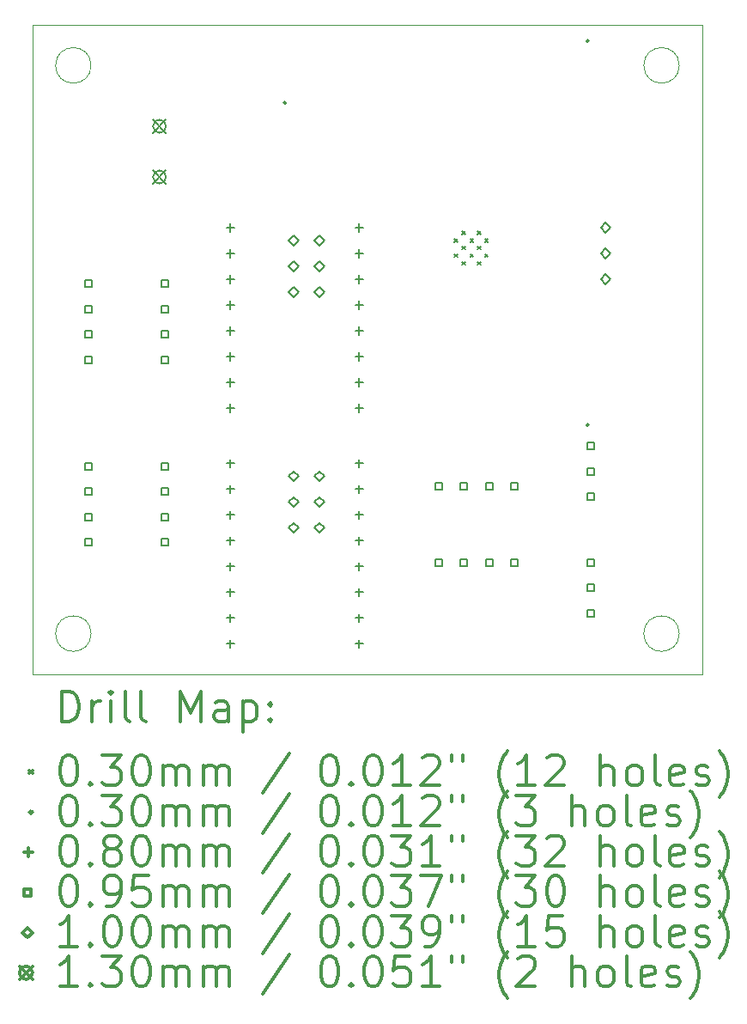
<source format=gbr>
%FSLAX45Y45*%
G04 Gerber Fmt 4.5, Leading zero omitted, Abs format (unit mm)*
G04 Created by KiCad (PCBNEW (5.1.9)-1) date 2021-11-04 11:44:47*
%MOMM*%
%LPD*%
G01*
G04 APERTURE LIST*
%TA.AperFunction,Profile*%
%ADD10C,0.050000*%
%TD*%
%ADD11C,0.200000*%
%ADD12C,0.300000*%
G04 APERTURE END LIST*
D10*
X5400000Y-11600000D02*
X5400000Y-5200000D01*
X12000000Y-11600000D02*
X5400000Y-11600000D01*
X12000000Y-5200000D02*
X12000000Y-11600000D01*
X5400000Y-5200000D02*
X12000000Y-5200000D01*
X5975000Y-11200000D02*
G75*
G03*
X5975000Y-11200000I-175000J0D01*
G01*
X11775000Y-11200000D02*
G75*
G03*
X11775000Y-11200000I-175000J0D01*
G01*
X5975000Y-5600000D02*
G75*
G03*
X5975000Y-5600000I-175000J0D01*
G01*
X11775000Y-5600000D02*
G75*
G03*
X11775000Y-5600000I-175000J0D01*
G01*
D11*
X9560000Y-7310000D02*
X9590000Y-7340000D01*
X9590000Y-7310000D02*
X9560000Y-7340000D01*
X9560000Y-7460000D02*
X9590000Y-7490000D01*
X9590000Y-7460000D02*
X9560000Y-7490000D01*
X9635000Y-7235000D02*
X9665000Y-7265000D01*
X9665000Y-7235000D02*
X9635000Y-7265000D01*
X9635000Y-7385000D02*
X9665000Y-7415000D01*
X9665000Y-7385000D02*
X9635000Y-7415000D01*
X9635000Y-7535000D02*
X9665000Y-7565000D01*
X9665000Y-7535000D02*
X9635000Y-7565000D01*
X9715000Y-7310000D02*
X9745000Y-7340000D01*
X9745000Y-7310000D02*
X9715000Y-7340000D01*
X9715000Y-7460000D02*
X9745000Y-7490000D01*
X9745000Y-7460000D02*
X9715000Y-7490000D01*
X9785000Y-7235000D02*
X9815000Y-7265000D01*
X9815000Y-7235000D02*
X9785000Y-7265000D01*
X9785000Y-7385000D02*
X9815000Y-7415000D01*
X9815000Y-7385000D02*
X9785000Y-7415000D01*
X9785000Y-7535000D02*
X9815000Y-7565000D01*
X9815000Y-7535000D02*
X9785000Y-7565000D01*
X9860000Y-7310000D02*
X9890000Y-7340000D01*
X9890000Y-7310000D02*
X9860000Y-7340000D01*
X9860000Y-7460000D02*
X9890000Y-7490000D01*
X9890000Y-7460000D02*
X9860000Y-7490000D01*
X7901940Y-5969000D02*
G75*
G03*
X7901940Y-5969000I-15240J0D01*
G01*
X10886440Y-5359400D02*
G75*
G03*
X10886440Y-5359400I-15240J0D01*
G01*
X10886440Y-9144000D02*
G75*
G03*
X10886440Y-9144000I-15240J0D01*
G01*
X7350000Y-7160000D02*
X7350000Y-7240000D01*
X7310000Y-7200000D02*
X7390000Y-7200000D01*
X7350000Y-7414000D02*
X7350000Y-7494000D01*
X7310000Y-7454000D02*
X7390000Y-7454000D01*
X7350000Y-7668000D02*
X7350000Y-7748000D01*
X7310000Y-7708000D02*
X7390000Y-7708000D01*
X7350000Y-7922000D02*
X7350000Y-8002000D01*
X7310000Y-7962000D02*
X7390000Y-7962000D01*
X7350000Y-8176000D02*
X7350000Y-8256000D01*
X7310000Y-8216000D02*
X7390000Y-8216000D01*
X7350000Y-8430000D02*
X7350000Y-8510000D01*
X7310000Y-8470000D02*
X7390000Y-8470000D01*
X7350000Y-8684000D02*
X7350000Y-8764000D01*
X7310000Y-8724000D02*
X7390000Y-8724000D01*
X7350000Y-8938000D02*
X7350000Y-9018000D01*
X7310000Y-8978000D02*
X7390000Y-8978000D01*
X7350000Y-9482000D02*
X7350000Y-9562000D01*
X7310000Y-9522000D02*
X7390000Y-9522000D01*
X7350000Y-9736000D02*
X7350000Y-9816000D01*
X7310000Y-9776000D02*
X7390000Y-9776000D01*
X7350000Y-9990000D02*
X7350000Y-10070000D01*
X7310000Y-10030000D02*
X7390000Y-10030000D01*
X7350000Y-10244000D02*
X7350000Y-10324000D01*
X7310000Y-10284000D02*
X7390000Y-10284000D01*
X7350000Y-10498000D02*
X7350000Y-10578000D01*
X7310000Y-10538000D02*
X7390000Y-10538000D01*
X7350000Y-10752000D02*
X7350000Y-10832000D01*
X7310000Y-10792000D02*
X7390000Y-10792000D01*
X7350000Y-11006000D02*
X7350000Y-11086000D01*
X7310000Y-11046000D02*
X7390000Y-11046000D01*
X7350000Y-11260000D02*
X7350000Y-11340000D01*
X7310000Y-11300000D02*
X7390000Y-11300000D01*
X8620000Y-7160000D02*
X8620000Y-7240000D01*
X8580000Y-7200000D02*
X8660000Y-7200000D01*
X8620000Y-7414000D02*
X8620000Y-7494000D01*
X8580000Y-7454000D02*
X8660000Y-7454000D01*
X8620000Y-7668000D02*
X8620000Y-7748000D01*
X8580000Y-7708000D02*
X8660000Y-7708000D01*
X8620000Y-7922000D02*
X8620000Y-8002000D01*
X8580000Y-7962000D02*
X8660000Y-7962000D01*
X8620000Y-8176000D02*
X8620000Y-8256000D01*
X8580000Y-8216000D02*
X8660000Y-8216000D01*
X8620000Y-8430000D02*
X8620000Y-8510000D01*
X8580000Y-8470000D02*
X8660000Y-8470000D01*
X8620000Y-8684000D02*
X8620000Y-8764000D01*
X8580000Y-8724000D02*
X8660000Y-8724000D01*
X8620000Y-8938000D02*
X8620000Y-9018000D01*
X8580000Y-8978000D02*
X8660000Y-8978000D01*
X8620000Y-9482000D02*
X8620000Y-9562000D01*
X8580000Y-9522000D02*
X8660000Y-9522000D01*
X8620000Y-9736000D02*
X8620000Y-9816000D01*
X8580000Y-9776000D02*
X8660000Y-9776000D01*
X8620000Y-9990000D02*
X8620000Y-10070000D01*
X8580000Y-10030000D02*
X8660000Y-10030000D01*
X8620000Y-10244000D02*
X8620000Y-10324000D01*
X8580000Y-10284000D02*
X8660000Y-10284000D01*
X8620000Y-10498000D02*
X8620000Y-10578000D01*
X8580000Y-10538000D02*
X8660000Y-10538000D01*
X8620000Y-10752000D02*
X8620000Y-10832000D01*
X8580000Y-10792000D02*
X8660000Y-10792000D01*
X8620000Y-11006000D02*
X8620000Y-11086000D01*
X8580000Y-11046000D02*
X8660000Y-11046000D01*
X8620000Y-11260000D02*
X8620000Y-11340000D01*
X8580000Y-11300000D02*
X8660000Y-11300000D01*
X5983588Y-7783588D02*
X5983588Y-7716412D01*
X5916412Y-7716412D01*
X5916412Y-7783588D01*
X5983588Y-7783588D01*
X5983588Y-8033588D02*
X5983588Y-7966412D01*
X5916412Y-7966412D01*
X5916412Y-8033588D01*
X5983588Y-8033588D01*
X5983588Y-8283588D02*
X5983588Y-8216412D01*
X5916412Y-8216412D01*
X5916412Y-8283588D01*
X5983588Y-8283588D01*
X5983588Y-8533588D02*
X5983588Y-8466412D01*
X5916412Y-8466412D01*
X5916412Y-8533588D01*
X5983588Y-8533588D01*
X5983588Y-9583588D02*
X5983588Y-9516412D01*
X5916412Y-9516412D01*
X5916412Y-9583588D01*
X5983588Y-9583588D01*
X5983588Y-9833588D02*
X5983588Y-9766412D01*
X5916412Y-9766412D01*
X5916412Y-9833588D01*
X5983588Y-9833588D01*
X5983588Y-10083588D02*
X5983588Y-10016412D01*
X5916412Y-10016412D01*
X5916412Y-10083588D01*
X5983588Y-10083588D01*
X5983588Y-10333588D02*
X5983588Y-10266412D01*
X5916412Y-10266412D01*
X5916412Y-10333588D01*
X5983588Y-10333588D01*
X6733588Y-7783588D02*
X6733588Y-7716412D01*
X6666412Y-7716412D01*
X6666412Y-7783588D01*
X6733588Y-7783588D01*
X6733588Y-8033588D02*
X6733588Y-7966412D01*
X6666412Y-7966412D01*
X6666412Y-8033588D01*
X6733588Y-8033588D01*
X6733588Y-8283588D02*
X6733588Y-8216412D01*
X6666412Y-8216412D01*
X6666412Y-8283588D01*
X6733588Y-8283588D01*
X6733588Y-8533588D02*
X6733588Y-8466412D01*
X6666412Y-8466412D01*
X6666412Y-8533588D01*
X6733588Y-8533588D01*
X6733588Y-9583588D02*
X6733588Y-9516412D01*
X6666412Y-9516412D01*
X6666412Y-9583588D01*
X6733588Y-9583588D01*
X6733588Y-9833588D02*
X6733588Y-9766412D01*
X6666412Y-9766412D01*
X6666412Y-9833588D01*
X6733588Y-9833588D01*
X6733588Y-10083588D02*
X6733588Y-10016412D01*
X6666412Y-10016412D01*
X6666412Y-10083588D01*
X6733588Y-10083588D01*
X6733588Y-10333588D02*
X6733588Y-10266412D01*
X6666412Y-10266412D01*
X6666412Y-10333588D01*
X6733588Y-10333588D01*
X9433588Y-9783588D02*
X9433588Y-9716412D01*
X9366412Y-9716412D01*
X9366412Y-9783588D01*
X9433588Y-9783588D01*
X9433588Y-10533588D02*
X9433588Y-10466412D01*
X9366412Y-10466412D01*
X9366412Y-10533588D01*
X9433588Y-10533588D01*
X9683588Y-9783588D02*
X9683588Y-9716412D01*
X9616412Y-9716412D01*
X9616412Y-9783588D01*
X9683588Y-9783588D01*
X9683588Y-10533588D02*
X9683588Y-10466412D01*
X9616412Y-10466412D01*
X9616412Y-10533588D01*
X9683588Y-10533588D01*
X9933588Y-9783588D02*
X9933588Y-9716412D01*
X9866412Y-9716412D01*
X9866412Y-9783588D01*
X9933588Y-9783588D01*
X9933588Y-10533588D02*
X9933588Y-10466412D01*
X9866412Y-10466412D01*
X9866412Y-10533588D01*
X9933588Y-10533588D01*
X10183588Y-9783588D02*
X10183588Y-9716412D01*
X10116412Y-9716412D01*
X10116412Y-9783588D01*
X10183588Y-9783588D01*
X10183588Y-10533588D02*
X10183588Y-10466412D01*
X10116412Y-10466412D01*
X10116412Y-10533588D01*
X10183588Y-10533588D01*
X10933588Y-9383588D02*
X10933588Y-9316412D01*
X10866412Y-9316412D01*
X10866412Y-9383588D01*
X10933588Y-9383588D01*
X10933588Y-9633588D02*
X10933588Y-9566412D01*
X10866412Y-9566412D01*
X10866412Y-9633588D01*
X10933588Y-9633588D01*
X10933588Y-9883588D02*
X10933588Y-9816412D01*
X10866412Y-9816412D01*
X10866412Y-9883588D01*
X10933588Y-9883588D01*
X10933588Y-10533588D02*
X10933588Y-10466412D01*
X10866412Y-10466412D01*
X10866412Y-10533588D01*
X10933588Y-10533588D01*
X10933588Y-10783588D02*
X10933588Y-10716412D01*
X10866412Y-10716412D01*
X10866412Y-10783588D01*
X10933588Y-10783588D01*
X10933588Y-11033588D02*
X10933588Y-10966412D01*
X10866412Y-10966412D01*
X10866412Y-11033588D01*
X10933588Y-11033588D01*
X7975000Y-7375000D02*
X8025000Y-7325000D01*
X7975000Y-7275000D01*
X7925000Y-7325000D01*
X7975000Y-7375000D01*
X7975000Y-7629000D02*
X8025000Y-7579000D01*
X7975000Y-7529000D01*
X7925000Y-7579000D01*
X7975000Y-7629000D01*
X7975000Y-7883000D02*
X8025000Y-7833000D01*
X7975000Y-7783000D01*
X7925000Y-7833000D01*
X7975000Y-7883000D01*
X7975000Y-9700000D02*
X8025000Y-9650000D01*
X7975000Y-9600000D01*
X7925000Y-9650000D01*
X7975000Y-9700000D01*
X7975000Y-9954000D02*
X8025000Y-9904000D01*
X7975000Y-9854000D01*
X7925000Y-9904000D01*
X7975000Y-9954000D01*
X7975000Y-10208000D02*
X8025000Y-10158000D01*
X7975000Y-10108000D01*
X7925000Y-10158000D01*
X7975000Y-10208000D01*
X8229000Y-7375000D02*
X8279000Y-7325000D01*
X8229000Y-7275000D01*
X8179000Y-7325000D01*
X8229000Y-7375000D01*
X8229000Y-7629000D02*
X8279000Y-7579000D01*
X8229000Y-7529000D01*
X8179000Y-7579000D01*
X8229000Y-7629000D01*
X8229000Y-7883000D02*
X8279000Y-7833000D01*
X8229000Y-7783000D01*
X8179000Y-7833000D01*
X8229000Y-7883000D01*
X8229000Y-9700000D02*
X8279000Y-9650000D01*
X8229000Y-9600000D01*
X8179000Y-9650000D01*
X8229000Y-9700000D01*
X8229000Y-9954000D02*
X8279000Y-9904000D01*
X8229000Y-9854000D01*
X8179000Y-9904000D01*
X8229000Y-9954000D01*
X8229000Y-10208000D02*
X8279000Y-10158000D01*
X8229000Y-10108000D01*
X8179000Y-10158000D01*
X8229000Y-10208000D01*
X11050000Y-7250000D02*
X11100000Y-7200000D01*
X11050000Y-7150000D01*
X11000000Y-7200000D01*
X11050000Y-7250000D01*
X11050000Y-7504000D02*
X11100000Y-7454000D01*
X11050000Y-7404000D01*
X11000000Y-7454000D01*
X11050000Y-7504000D01*
X11050000Y-7758000D02*
X11100000Y-7708000D01*
X11050000Y-7658000D01*
X11000000Y-7708000D01*
X11050000Y-7758000D01*
X6585000Y-6135000D02*
X6715000Y-6265000D01*
X6715000Y-6135000D02*
X6585000Y-6265000D01*
X6715000Y-6200000D02*
G75*
G03*
X6715000Y-6200000I-65000J0D01*
G01*
X6585000Y-6635000D02*
X6715000Y-6765000D01*
X6715000Y-6635000D02*
X6585000Y-6765000D01*
X6715000Y-6700000D02*
G75*
G03*
X6715000Y-6700000I-65000J0D01*
G01*
D12*
X5683928Y-12068214D02*
X5683928Y-11768214D01*
X5755357Y-11768214D01*
X5798214Y-11782500D01*
X5826786Y-11811071D01*
X5841071Y-11839643D01*
X5855357Y-11896786D01*
X5855357Y-11939643D01*
X5841071Y-11996786D01*
X5826786Y-12025357D01*
X5798214Y-12053929D01*
X5755357Y-12068214D01*
X5683928Y-12068214D01*
X5983928Y-12068214D02*
X5983928Y-11868214D01*
X5983928Y-11925357D02*
X5998214Y-11896786D01*
X6012500Y-11882500D01*
X6041071Y-11868214D01*
X6069643Y-11868214D01*
X6169643Y-12068214D02*
X6169643Y-11868214D01*
X6169643Y-11768214D02*
X6155357Y-11782500D01*
X6169643Y-11796786D01*
X6183928Y-11782500D01*
X6169643Y-11768214D01*
X6169643Y-11796786D01*
X6355357Y-12068214D02*
X6326786Y-12053929D01*
X6312500Y-12025357D01*
X6312500Y-11768214D01*
X6512500Y-12068214D02*
X6483928Y-12053929D01*
X6469643Y-12025357D01*
X6469643Y-11768214D01*
X6855357Y-12068214D02*
X6855357Y-11768214D01*
X6955357Y-11982500D01*
X7055357Y-11768214D01*
X7055357Y-12068214D01*
X7326786Y-12068214D02*
X7326786Y-11911071D01*
X7312500Y-11882500D01*
X7283928Y-11868214D01*
X7226786Y-11868214D01*
X7198214Y-11882500D01*
X7326786Y-12053929D02*
X7298214Y-12068214D01*
X7226786Y-12068214D01*
X7198214Y-12053929D01*
X7183928Y-12025357D01*
X7183928Y-11996786D01*
X7198214Y-11968214D01*
X7226786Y-11953929D01*
X7298214Y-11953929D01*
X7326786Y-11939643D01*
X7469643Y-11868214D02*
X7469643Y-12168214D01*
X7469643Y-11882500D02*
X7498214Y-11868214D01*
X7555357Y-11868214D01*
X7583928Y-11882500D01*
X7598214Y-11896786D01*
X7612500Y-11925357D01*
X7612500Y-12011071D01*
X7598214Y-12039643D01*
X7583928Y-12053929D01*
X7555357Y-12068214D01*
X7498214Y-12068214D01*
X7469643Y-12053929D01*
X7741071Y-12039643D02*
X7755357Y-12053929D01*
X7741071Y-12068214D01*
X7726786Y-12053929D01*
X7741071Y-12039643D01*
X7741071Y-12068214D01*
X7741071Y-11882500D02*
X7755357Y-11896786D01*
X7741071Y-11911071D01*
X7726786Y-11896786D01*
X7741071Y-11882500D01*
X7741071Y-11911071D01*
X5367500Y-12547500D02*
X5397500Y-12577500D01*
X5397500Y-12547500D02*
X5367500Y-12577500D01*
X5741071Y-12398214D02*
X5769643Y-12398214D01*
X5798214Y-12412500D01*
X5812500Y-12426786D01*
X5826786Y-12455357D01*
X5841071Y-12512500D01*
X5841071Y-12583929D01*
X5826786Y-12641071D01*
X5812500Y-12669643D01*
X5798214Y-12683929D01*
X5769643Y-12698214D01*
X5741071Y-12698214D01*
X5712500Y-12683929D01*
X5698214Y-12669643D01*
X5683928Y-12641071D01*
X5669643Y-12583929D01*
X5669643Y-12512500D01*
X5683928Y-12455357D01*
X5698214Y-12426786D01*
X5712500Y-12412500D01*
X5741071Y-12398214D01*
X5969643Y-12669643D02*
X5983928Y-12683929D01*
X5969643Y-12698214D01*
X5955357Y-12683929D01*
X5969643Y-12669643D01*
X5969643Y-12698214D01*
X6083928Y-12398214D02*
X6269643Y-12398214D01*
X6169643Y-12512500D01*
X6212500Y-12512500D01*
X6241071Y-12526786D01*
X6255357Y-12541071D01*
X6269643Y-12569643D01*
X6269643Y-12641071D01*
X6255357Y-12669643D01*
X6241071Y-12683929D01*
X6212500Y-12698214D01*
X6126786Y-12698214D01*
X6098214Y-12683929D01*
X6083928Y-12669643D01*
X6455357Y-12398214D02*
X6483928Y-12398214D01*
X6512500Y-12412500D01*
X6526786Y-12426786D01*
X6541071Y-12455357D01*
X6555357Y-12512500D01*
X6555357Y-12583929D01*
X6541071Y-12641071D01*
X6526786Y-12669643D01*
X6512500Y-12683929D01*
X6483928Y-12698214D01*
X6455357Y-12698214D01*
X6426786Y-12683929D01*
X6412500Y-12669643D01*
X6398214Y-12641071D01*
X6383928Y-12583929D01*
X6383928Y-12512500D01*
X6398214Y-12455357D01*
X6412500Y-12426786D01*
X6426786Y-12412500D01*
X6455357Y-12398214D01*
X6683928Y-12698214D02*
X6683928Y-12498214D01*
X6683928Y-12526786D02*
X6698214Y-12512500D01*
X6726786Y-12498214D01*
X6769643Y-12498214D01*
X6798214Y-12512500D01*
X6812500Y-12541071D01*
X6812500Y-12698214D01*
X6812500Y-12541071D02*
X6826786Y-12512500D01*
X6855357Y-12498214D01*
X6898214Y-12498214D01*
X6926786Y-12512500D01*
X6941071Y-12541071D01*
X6941071Y-12698214D01*
X7083928Y-12698214D02*
X7083928Y-12498214D01*
X7083928Y-12526786D02*
X7098214Y-12512500D01*
X7126786Y-12498214D01*
X7169643Y-12498214D01*
X7198214Y-12512500D01*
X7212500Y-12541071D01*
X7212500Y-12698214D01*
X7212500Y-12541071D02*
X7226786Y-12512500D01*
X7255357Y-12498214D01*
X7298214Y-12498214D01*
X7326786Y-12512500D01*
X7341071Y-12541071D01*
X7341071Y-12698214D01*
X7926786Y-12383929D02*
X7669643Y-12769643D01*
X8312500Y-12398214D02*
X8341071Y-12398214D01*
X8369643Y-12412500D01*
X8383928Y-12426786D01*
X8398214Y-12455357D01*
X8412500Y-12512500D01*
X8412500Y-12583929D01*
X8398214Y-12641071D01*
X8383928Y-12669643D01*
X8369643Y-12683929D01*
X8341071Y-12698214D01*
X8312500Y-12698214D01*
X8283928Y-12683929D01*
X8269643Y-12669643D01*
X8255357Y-12641071D01*
X8241071Y-12583929D01*
X8241071Y-12512500D01*
X8255357Y-12455357D01*
X8269643Y-12426786D01*
X8283928Y-12412500D01*
X8312500Y-12398214D01*
X8541071Y-12669643D02*
X8555357Y-12683929D01*
X8541071Y-12698214D01*
X8526786Y-12683929D01*
X8541071Y-12669643D01*
X8541071Y-12698214D01*
X8741071Y-12398214D02*
X8769643Y-12398214D01*
X8798214Y-12412500D01*
X8812500Y-12426786D01*
X8826786Y-12455357D01*
X8841071Y-12512500D01*
X8841071Y-12583929D01*
X8826786Y-12641071D01*
X8812500Y-12669643D01*
X8798214Y-12683929D01*
X8769643Y-12698214D01*
X8741071Y-12698214D01*
X8712500Y-12683929D01*
X8698214Y-12669643D01*
X8683928Y-12641071D01*
X8669643Y-12583929D01*
X8669643Y-12512500D01*
X8683928Y-12455357D01*
X8698214Y-12426786D01*
X8712500Y-12412500D01*
X8741071Y-12398214D01*
X9126786Y-12698214D02*
X8955357Y-12698214D01*
X9041071Y-12698214D02*
X9041071Y-12398214D01*
X9012500Y-12441071D01*
X8983928Y-12469643D01*
X8955357Y-12483929D01*
X9241071Y-12426786D02*
X9255357Y-12412500D01*
X9283928Y-12398214D01*
X9355357Y-12398214D01*
X9383928Y-12412500D01*
X9398214Y-12426786D01*
X9412500Y-12455357D01*
X9412500Y-12483929D01*
X9398214Y-12526786D01*
X9226786Y-12698214D01*
X9412500Y-12698214D01*
X9526786Y-12398214D02*
X9526786Y-12455357D01*
X9641071Y-12398214D02*
X9641071Y-12455357D01*
X10083928Y-12812500D02*
X10069643Y-12798214D01*
X10041071Y-12755357D01*
X10026786Y-12726786D01*
X10012500Y-12683929D01*
X9998214Y-12612500D01*
X9998214Y-12555357D01*
X10012500Y-12483929D01*
X10026786Y-12441071D01*
X10041071Y-12412500D01*
X10069643Y-12369643D01*
X10083928Y-12355357D01*
X10355357Y-12698214D02*
X10183928Y-12698214D01*
X10269643Y-12698214D02*
X10269643Y-12398214D01*
X10241071Y-12441071D01*
X10212500Y-12469643D01*
X10183928Y-12483929D01*
X10469643Y-12426786D02*
X10483928Y-12412500D01*
X10512500Y-12398214D01*
X10583928Y-12398214D01*
X10612500Y-12412500D01*
X10626786Y-12426786D01*
X10641071Y-12455357D01*
X10641071Y-12483929D01*
X10626786Y-12526786D01*
X10455357Y-12698214D01*
X10641071Y-12698214D01*
X10998214Y-12698214D02*
X10998214Y-12398214D01*
X11126786Y-12698214D02*
X11126786Y-12541071D01*
X11112500Y-12512500D01*
X11083928Y-12498214D01*
X11041071Y-12498214D01*
X11012500Y-12512500D01*
X10998214Y-12526786D01*
X11312500Y-12698214D02*
X11283928Y-12683929D01*
X11269643Y-12669643D01*
X11255357Y-12641071D01*
X11255357Y-12555357D01*
X11269643Y-12526786D01*
X11283928Y-12512500D01*
X11312500Y-12498214D01*
X11355357Y-12498214D01*
X11383928Y-12512500D01*
X11398214Y-12526786D01*
X11412500Y-12555357D01*
X11412500Y-12641071D01*
X11398214Y-12669643D01*
X11383928Y-12683929D01*
X11355357Y-12698214D01*
X11312500Y-12698214D01*
X11583928Y-12698214D02*
X11555357Y-12683929D01*
X11541071Y-12655357D01*
X11541071Y-12398214D01*
X11812500Y-12683929D02*
X11783928Y-12698214D01*
X11726786Y-12698214D01*
X11698214Y-12683929D01*
X11683928Y-12655357D01*
X11683928Y-12541071D01*
X11698214Y-12512500D01*
X11726786Y-12498214D01*
X11783928Y-12498214D01*
X11812500Y-12512500D01*
X11826786Y-12541071D01*
X11826786Y-12569643D01*
X11683928Y-12598214D01*
X11941071Y-12683929D02*
X11969643Y-12698214D01*
X12026786Y-12698214D01*
X12055357Y-12683929D01*
X12069643Y-12655357D01*
X12069643Y-12641071D01*
X12055357Y-12612500D01*
X12026786Y-12598214D01*
X11983928Y-12598214D01*
X11955357Y-12583929D01*
X11941071Y-12555357D01*
X11941071Y-12541071D01*
X11955357Y-12512500D01*
X11983928Y-12498214D01*
X12026786Y-12498214D01*
X12055357Y-12512500D01*
X12169643Y-12812500D02*
X12183928Y-12798214D01*
X12212500Y-12755357D01*
X12226786Y-12726786D01*
X12241071Y-12683929D01*
X12255357Y-12612500D01*
X12255357Y-12555357D01*
X12241071Y-12483929D01*
X12226786Y-12441071D01*
X12212500Y-12412500D01*
X12183928Y-12369643D01*
X12169643Y-12355357D01*
X5397500Y-12958500D02*
G75*
G03*
X5397500Y-12958500I-15240J0D01*
G01*
X5741071Y-12794214D02*
X5769643Y-12794214D01*
X5798214Y-12808500D01*
X5812500Y-12822786D01*
X5826786Y-12851357D01*
X5841071Y-12908500D01*
X5841071Y-12979929D01*
X5826786Y-13037071D01*
X5812500Y-13065643D01*
X5798214Y-13079929D01*
X5769643Y-13094214D01*
X5741071Y-13094214D01*
X5712500Y-13079929D01*
X5698214Y-13065643D01*
X5683928Y-13037071D01*
X5669643Y-12979929D01*
X5669643Y-12908500D01*
X5683928Y-12851357D01*
X5698214Y-12822786D01*
X5712500Y-12808500D01*
X5741071Y-12794214D01*
X5969643Y-13065643D02*
X5983928Y-13079929D01*
X5969643Y-13094214D01*
X5955357Y-13079929D01*
X5969643Y-13065643D01*
X5969643Y-13094214D01*
X6083928Y-12794214D02*
X6269643Y-12794214D01*
X6169643Y-12908500D01*
X6212500Y-12908500D01*
X6241071Y-12922786D01*
X6255357Y-12937071D01*
X6269643Y-12965643D01*
X6269643Y-13037071D01*
X6255357Y-13065643D01*
X6241071Y-13079929D01*
X6212500Y-13094214D01*
X6126786Y-13094214D01*
X6098214Y-13079929D01*
X6083928Y-13065643D01*
X6455357Y-12794214D02*
X6483928Y-12794214D01*
X6512500Y-12808500D01*
X6526786Y-12822786D01*
X6541071Y-12851357D01*
X6555357Y-12908500D01*
X6555357Y-12979929D01*
X6541071Y-13037071D01*
X6526786Y-13065643D01*
X6512500Y-13079929D01*
X6483928Y-13094214D01*
X6455357Y-13094214D01*
X6426786Y-13079929D01*
X6412500Y-13065643D01*
X6398214Y-13037071D01*
X6383928Y-12979929D01*
X6383928Y-12908500D01*
X6398214Y-12851357D01*
X6412500Y-12822786D01*
X6426786Y-12808500D01*
X6455357Y-12794214D01*
X6683928Y-13094214D02*
X6683928Y-12894214D01*
X6683928Y-12922786D02*
X6698214Y-12908500D01*
X6726786Y-12894214D01*
X6769643Y-12894214D01*
X6798214Y-12908500D01*
X6812500Y-12937071D01*
X6812500Y-13094214D01*
X6812500Y-12937071D02*
X6826786Y-12908500D01*
X6855357Y-12894214D01*
X6898214Y-12894214D01*
X6926786Y-12908500D01*
X6941071Y-12937071D01*
X6941071Y-13094214D01*
X7083928Y-13094214D02*
X7083928Y-12894214D01*
X7083928Y-12922786D02*
X7098214Y-12908500D01*
X7126786Y-12894214D01*
X7169643Y-12894214D01*
X7198214Y-12908500D01*
X7212500Y-12937071D01*
X7212500Y-13094214D01*
X7212500Y-12937071D02*
X7226786Y-12908500D01*
X7255357Y-12894214D01*
X7298214Y-12894214D01*
X7326786Y-12908500D01*
X7341071Y-12937071D01*
X7341071Y-13094214D01*
X7926786Y-12779929D02*
X7669643Y-13165643D01*
X8312500Y-12794214D02*
X8341071Y-12794214D01*
X8369643Y-12808500D01*
X8383928Y-12822786D01*
X8398214Y-12851357D01*
X8412500Y-12908500D01*
X8412500Y-12979929D01*
X8398214Y-13037071D01*
X8383928Y-13065643D01*
X8369643Y-13079929D01*
X8341071Y-13094214D01*
X8312500Y-13094214D01*
X8283928Y-13079929D01*
X8269643Y-13065643D01*
X8255357Y-13037071D01*
X8241071Y-12979929D01*
X8241071Y-12908500D01*
X8255357Y-12851357D01*
X8269643Y-12822786D01*
X8283928Y-12808500D01*
X8312500Y-12794214D01*
X8541071Y-13065643D02*
X8555357Y-13079929D01*
X8541071Y-13094214D01*
X8526786Y-13079929D01*
X8541071Y-13065643D01*
X8541071Y-13094214D01*
X8741071Y-12794214D02*
X8769643Y-12794214D01*
X8798214Y-12808500D01*
X8812500Y-12822786D01*
X8826786Y-12851357D01*
X8841071Y-12908500D01*
X8841071Y-12979929D01*
X8826786Y-13037071D01*
X8812500Y-13065643D01*
X8798214Y-13079929D01*
X8769643Y-13094214D01*
X8741071Y-13094214D01*
X8712500Y-13079929D01*
X8698214Y-13065643D01*
X8683928Y-13037071D01*
X8669643Y-12979929D01*
X8669643Y-12908500D01*
X8683928Y-12851357D01*
X8698214Y-12822786D01*
X8712500Y-12808500D01*
X8741071Y-12794214D01*
X9126786Y-13094214D02*
X8955357Y-13094214D01*
X9041071Y-13094214D02*
X9041071Y-12794214D01*
X9012500Y-12837071D01*
X8983928Y-12865643D01*
X8955357Y-12879929D01*
X9241071Y-12822786D02*
X9255357Y-12808500D01*
X9283928Y-12794214D01*
X9355357Y-12794214D01*
X9383928Y-12808500D01*
X9398214Y-12822786D01*
X9412500Y-12851357D01*
X9412500Y-12879929D01*
X9398214Y-12922786D01*
X9226786Y-13094214D01*
X9412500Y-13094214D01*
X9526786Y-12794214D02*
X9526786Y-12851357D01*
X9641071Y-12794214D02*
X9641071Y-12851357D01*
X10083928Y-13208500D02*
X10069643Y-13194214D01*
X10041071Y-13151357D01*
X10026786Y-13122786D01*
X10012500Y-13079929D01*
X9998214Y-13008500D01*
X9998214Y-12951357D01*
X10012500Y-12879929D01*
X10026786Y-12837071D01*
X10041071Y-12808500D01*
X10069643Y-12765643D01*
X10083928Y-12751357D01*
X10169643Y-12794214D02*
X10355357Y-12794214D01*
X10255357Y-12908500D01*
X10298214Y-12908500D01*
X10326786Y-12922786D01*
X10341071Y-12937071D01*
X10355357Y-12965643D01*
X10355357Y-13037071D01*
X10341071Y-13065643D01*
X10326786Y-13079929D01*
X10298214Y-13094214D01*
X10212500Y-13094214D01*
X10183928Y-13079929D01*
X10169643Y-13065643D01*
X10712500Y-13094214D02*
X10712500Y-12794214D01*
X10841071Y-13094214D02*
X10841071Y-12937071D01*
X10826786Y-12908500D01*
X10798214Y-12894214D01*
X10755357Y-12894214D01*
X10726786Y-12908500D01*
X10712500Y-12922786D01*
X11026786Y-13094214D02*
X10998214Y-13079929D01*
X10983928Y-13065643D01*
X10969643Y-13037071D01*
X10969643Y-12951357D01*
X10983928Y-12922786D01*
X10998214Y-12908500D01*
X11026786Y-12894214D01*
X11069643Y-12894214D01*
X11098214Y-12908500D01*
X11112500Y-12922786D01*
X11126786Y-12951357D01*
X11126786Y-13037071D01*
X11112500Y-13065643D01*
X11098214Y-13079929D01*
X11069643Y-13094214D01*
X11026786Y-13094214D01*
X11298214Y-13094214D02*
X11269643Y-13079929D01*
X11255357Y-13051357D01*
X11255357Y-12794214D01*
X11526786Y-13079929D02*
X11498214Y-13094214D01*
X11441071Y-13094214D01*
X11412500Y-13079929D01*
X11398214Y-13051357D01*
X11398214Y-12937071D01*
X11412500Y-12908500D01*
X11441071Y-12894214D01*
X11498214Y-12894214D01*
X11526786Y-12908500D01*
X11541071Y-12937071D01*
X11541071Y-12965643D01*
X11398214Y-12994214D01*
X11655357Y-13079929D02*
X11683928Y-13094214D01*
X11741071Y-13094214D01*
X11769643Y-13079929D01*
X11783928Y-13051357D01*
X11783928Y-13037071D01*
X11769643Y-13008500D01*
X11741071Y-12994214D01*
X11698214Y-12994214D01*
X11669643Y-12979929D01*
X11655357Y-12951357D01*
X11655357Y-12937071D01*
X11669643Y-12908500D01*
X11698214Y-12894214D01*
X11741071Y-12894214D01*
X11769643Y-12908500D01*
X11883928Y-13208500D02*
X11898214Y-13194214D01*
X11926786Y-13151357D01*
X11941071Y-13122786D01*
X11955357Y-13079929D01*
X11969643Y-13008500D01*
X11969643Y-12951357D01*
X11955357Y-12879929D01*
X11941071Y-12837071D01*
X11926786Y-12808500D01*
X11898214Y-12765643D01*
X11883928Y-12751357D01*
X5357500Y-13314500D02*
X5357500Y-13394500D01*
X5317500Y-13354500D02*
X5397500Y-13354500D01*
X5741071Y-13190214D02*
X5769643Y-13190214D01*
X5798214Y-13204500D01*
X5812500Y-13218786D01*
X5826786Y-13247357D01*
X5841071Y-13304500D01*
X5841071Y-13375929D01*
X5826786Y-13433071D01*
X5812500Y-13461643D01*
X5798214Y-13475929D01*
X5769643Y-13490214D01*
X5741071Y-13490214D01*
X5712500Y-13475929D01*
X5698214Y-13461643D01*
X5683928Y-13433071D01*
X5669643Y-13375929D01*
X5669643Y-13304500D01*
X5683928Y-13247357D01*
X5698214Y-13218786D01*
X5712500Y-13204500D01*
X5741071Y-13190214D01*
X5969643Y-13461643D02*
X5983928Y-13475929D01*
X5969643Y-13490214D01*
X5955357Y-13475929D01*
X5969643Y-13461643D01*
X5969643Y-13490214D01*
X6155357Y-13318786D02*
X6126786Y-13304500D01*
X6112500Y-13290214D01*
X6098214Y-13261643D01*
X6098214Y-13247357D01*
X6112500Y-13218786D01*
X6126786Y-13204500D01*
X6155357Y-13190214D01*
X6212500Y-13190214D01*
X6241071Y-13204500D01*
X6255357Y-13218786D01*
X6269643Y-13247357D01*
X6269643Y-13261643D01*
X6255357Y-13290214D01*
X6241071Y-13304500D01*
X6212500Y-13318786D01*
X6155357Y-13318786D01*
X6126786Y-13333071D01*
X6112500Y-13347357D01*
X6098214Y-13375929D01*
X6098214Y-13433071D01*
X6112500Y-13461643D01*
X6126786Y-13475929D01*
X6155357Y-13490214D01*
X6212500Y-13490214D01*
X6241071Y-13475929D01*
X6255357Y-13461643D01*
X6269643Y-13433071D01*
X6269643Y-13375929D01*
X6255357Y-13347357D01*
X6241071Y-13333071D01*
X6212500Y-13318786D01*
X6455357Y-13190214D02*
X6483928Y-13190214D01*
X6512500Y-13204500D01*
X6526786Y-13218786D01*
X6541071Y-13247357D01*
X6555357Y-13304500D01*
X6555357Y-13375929D01*
X6541071Y-13433071D01*
X6526786Y-13461643D01*
X6512500Y-13475929D01*
X6483928Y-13490214D01*
X6455357Y-13490214D01*
X6426786Y-13475929D01*
X6412500Y-13461643D01*
X6398214Y-13433071D01*
X6383928Y-13375929D01*
X6383928Y-13304500D01*
X6398214Y-13247357D01*
X6412500Y-13218786D01*
X6426786Y-13204500D01*
X6455357Y-13190214D01*
X6683928Y-13490214D02*
X6683928Y-13290214D01*
X6683928Y-13318786D02*
X6698214Y-13304500D01*
X6726786Y-13290214D01*
X6769643Y-13290214D01*
X6798214Y-13304500D01*
X6812500Y-13333071D01*
X6812500Y-13490214D01*
X6812500Y-13333071D02*
X6826786Y-13304500D01*
X6855357Y-13290214D01*
X6898214Y-13290214D01*
X6926786Y-13304500D01*
X6941071Y-13333071D01*
X6941071Y-13490214D01*
X7083928Y-13490214D02*
X7083928Y-13290214D01*
X7083928Y-13318786D02*
X7098214Y-13304500D01*
X7126786Y-13290214D01*
X7169643Y-13290214D01*
X7198214Y-13304500D01*
X7212500Y-13333071D01*
X7212500Y-13490214D01*
X7212500Y-13333071D02*
X7226786Y-13304500D01*
X7255357Y-13290214D01*
X7298214Y-13290214D01*
X7326786Y-13304500D01*
X7341071Y-13333071D01*
X7341071Y-13490214D01*
X7926786Y-13175929D02*
X7669643Y-13561643D01*
X8312500Y-13190214D02*
X8341071Y-13190214D01*
X8369643Y-13204500D01*
X8383928Y-13218786D01*
X8398214Y-13247357D01*
X8412500Y-13304500D01*
X8412500Y-13375929D01*
X8398214Y-13433071D01*
X8383928Y-13461643D01*
X8369643Y-13475929D01*
X8341071Y-13490214D01*
X8312500Y-13490214D01*
X8283928Y-13475929D01*
X8269643Y-13461643D01*
X8255357Y-13433071D01*
X8241071Y-13375929D01*
X8241071Y-13304500D01*
X8255357Y-13247357D01*
X8269643Y-13218786D01*
X8283928Y-13204500D01*
X8312500Y-13190214D01*
X8541071Y-13461643D02*
X8555357Y-13475929D01*
X8541071Y-13490214D01*
X8526786Y-13475929D01*
X8541071Y-13461643D01*
X8541071Y-13490214D01*
X8741071Y-13190214D02*
X8769643Y-13190214D01*
X8798214Y-13204500D01*
X8812500Y-13218786D01*
X8826786Y-13247357D01*
X8841071Y-13304500D01*
X8841071Y-13375929D01*
X8826786Y-13433071D01*
X8812500Y-13461643D01*
X8798214Y-13475929D01*
X8769643Y-13490214D01*
X8741071Y-13490214D01*
X8712500Y-13475929D01*
X8698214Y-13461643D01*
X8683928Y-13433071D01*
X8669643Y-13375929D01*
X8669643Y-13304500D01*
X8683928Y-13247357D01*
X8698214Y-13218786D01*
X8712500Y-13204500D01*
X8741071Y-13190214D01*
X8941071Y-13190214D02*
X9126786Y-13190214D01*
X9026786Y-13304500D01*
X9069643Y-13304500D01*
X9098214Y-13318786D01*
X9112500Y-13333071D01*
X9126786Y-13361643D01*
X9126786Y-13433071D01*
X9112500Y-13461643D01*
X9098214Y-13475929D01*
X9069643Y-13490214D01*
X8983928Y-13490214D01*
X8955357Y-13475929D01*
X8941071Y-13461643D01*
X9412500Y-13490214D02*
X9241071Y-13490214D01*
X9326786Y-13490214D02*
X9326786Y-13190214D01*
X9298214Y-13233071D01*
X9269643Y-13261643D01*
X9241071Y-13275929D01*
X9526786Y-13190214D02*
X9526786Y-13247357D01*
X9641071Y-13190214D02*
X9641071Y-13247357D01*
X10083928Y-13604500D02*
X10069643Y-13590214D01*
X10041071Y-13547357D01*
X10026786Y-13518786D01*
X10012500Y-13475929D01*
X9998214Y-13404500D01*
X9998214Y-13347357D01*
X10012500Y-13275929D01*
X10026786Y-13233071D01*
X10041071Y-13204500D01*
X10069643Y-13161643D01*
X10083928Y-13147357D01*
X10169643Y-13190214D02*
X10355357Y-13190214D01*
X10255357Y-13304500D01*
X10298214Y-13304500D01*
X10326786Y-13318786D01*
X10341071Y-13333071D01*
X10355357Y-13361643D01*
X10355357Y-13433071D01*
X10341071Y-13461643D01*
X10326786Y-13475929D01*
X10298214Y-13490214D01*
X10212500Y-13490214D01*
X10183928Y-13475929D01*
X10169643Y-13461643D01*
X10469643Y-13218786D02*
X10483928Y-13204500D01*
X10512500Y-13190214D01*
X10583928Y-13190214D01*
X10612500Y-13204500D01*
X10626786Y-13218786D01*
X10641071Y-13247357D01*
X10641071Y-13275929D01*
X10626786Y-13318786D01*
X10455357Y-13490214D01*
X10641071Y-13490214D01*
X10998214Y-13490214D02*
X10998214Y-13190214D01*
X11126786Y-13490214D02*
X11126786Y-13333071D01*
X11112500Y-13304500D01*
X11083928Y-13290214D01*
X11041071Y-13290214D01*
X11012500Y-13304500D01*
X10998214Y-13318786D01*
X11312500Y-13490214D02*
X11283928Y-13475929D01*
X11269643Y-13461643D01*
X11255357Y-13433071D01*
X11255357Y-13347357D01*
X11269643Y-13318786D01*
X11283928Y-13304500D01*
X11312500Y-13290214D01*
X11355357Y-13290214D01*
X11383928Y-13304500D01*
X11398214Y-13318786D01*
X11412500Y-13347357D01*
X11412500Y-13433071D01*
X11398214Y-13461643D01*
X11383928Y-13475929D01*
X11355357Y-13490214D01*
X11312500Y-13490214D01*
X11583928Y-13490214D02*
X11555357Y-13475929D01*
X11541071Y-13447357D01*
X11541071Y-13190214D01*
X11812500Y-13475929D02*
X11783928Y-13490214D01*
X11726786Y-13490214D01*
X11698214Y-13475929D01*
X11683928Y-13447357D01*
X11683928Y-13333071D01*
X11698214Y-13304500D01*
X11726786Y-13290214D01*
X11783928Y-13290214D01*
X11812500Y-13304500D01*
X11826786Y-13333071D01*
X11826786Y-13361643D01*
X11683928Y-13390214D01*
X11941071Y-13475929D02*
X11969643Y-13490214D01*
X12026786Y-13490214D01*
X12055357Y-13475929D01*
X12069643Y-13447357D01*
X12069643Y-13433071D01*
X12055357Y-13404500D01*
X12026786Y-13390214D01*
X11983928Y-13390214D01*
X11955357Y-13375929D01*
X11941071Y-13347357D01*
X11941071Y-13333071D01*
X11955357Y-13304500D01*
X11983928Y-13290214D01*
X12026786Y-13290214D01*
X12055357Y-13304500D01*
X12169643Y-13604500D02*
X12183928Y-13590214D01*
X12212500Y-13547357D01*
X12226786Y-13518786D01*
X12241071Y-13475929D01*
X12255357Y-13404500D01*
X12255357Y-13347357D01*
X12241071Y-13275929D01*
X12226786Y-13233071D01*
X12212500Y-13204500D01*
X12183928Y-13161643D01*
X12169643Y-13147357D01*
X5383588Y-13784088D02*
X5383588Y-13716912D01*
X5316412Y-13716912D01*
X5316412Y-13784088D01*
X5383588Y-13784088D01*
X5741071Y-13586214D02*
X5769643Y-13586214D01*
X5798214Y-13600500D01*
X5812500Y-13614786D01*
X5826786Y-13643357D01*
X5841071Y-13700500D01*
X5841071Y-13771929D01*
X5826786Y-13829071D01*
X5812500Y-13857643D01*
X5798214Y-13871929D01*
X5769643Y-13886214D01*
X5741071Y-13886214D01*
X5712500Y-13871929D01*
X5698214Y-13857643D01*
X5683928Y-13829071D01*
X5669643Y-13771929D01*
X5669643Y-13700500D01*
X5683928Y-13643357D01*
X5698214Y-13614786D01*
X5712500Y-13600500D01*
X5741071Y-13586214D01*
X5969643Y-13857643D02*
X5983928Y-13871929D01*
X5969643Y-13886214D01*
X5955357Y-13871929D01*
X5969643Y-13857643D01*
X5969643Y-13886214D01*
X6126786Y-13886214D02*
X6183928Y-13886214D01*
X6212500Y-13871929D01*
X6226786Y-13857643D01*
X6255357Y-13814786D01*
X6269643Y-13757643D01*
X6269643Y-13643357D01*
X6255357Y-13614786D01*
X6241071Y-13600500D01*
X6212500Y-13586214D01*
X6155357Y-13586214D01*
X6126786Y-13600500D01*
X6112500Y-13614786D01*
X6098214Y-13643357D01*
X6098214Y-13714786D01*
X6112500Y-13743357D01*
X6126786Y-13757643D01*
X6155357Y-13771929D01*
X6212500Y-13771929D01*
X6241071Y-13757643D01*
X6255357Y-13743357D01*
X6269643Y-13714786D01*
X6541071Y-13586214D02*
X6398214Y-13586214D01*
X6383928Y-13729071D01*
X6398214Y-13714786D01*
X6426786Y-13700500D01*
X6498214Y-13700500D01*
X6526786Y-13714786D01*
X6541071Y-13729071D01*
X6555357Y-13757643D01*
X6555357Y-13829071D01*
X6541071Y-13857643D01*
X6526786Y-13871929D01*
X6498214Y-13886214D01*
X6426786Y-13886214D01*
X6398214Y-13871929D01*
X6383928Y-13857643D01*
X6683928Y-13886214D02*
X6683928Y-13686214D01*
X6683928Y-13714786D02*
X6698214Y-13700500D01*
X6726786Y-13686214D01*
X6769643Y-13686214D01*
X6798214Y-13700500D01*
X6812500Y-13729071D01*
X6812500Y-13886214D01*
X6812500Y-13729071D02*
X6826786Y-13700500D01*
X6855357Y-13686214D01*
X6898214Y-13686214D01*
X6926786Y-13700500D01*
X6941071Y-13729071D01*
X6941071Y-13886214D01*
X7083928Y-13886214D02*
X7083928Y-13686214D01*
X7083928Y-13714786D02*
X7098214Y-13700500D01*
X7126786Y-13686214D01*
X7169643Y-13686214D01*
X7198214Y-13700500D01*
X7212500Y-13729071D01*
X7212500Y-13886214D01*
X7212500Y-13729071D02*
X7226786Y-13700500D01*
X7255357Y-13686214D01*
X7298214Y-13686214D01*
X7326786Y-13700500D01*
X7341071Y-13729071D01*
X7341071Y-13886214D01*
X7926786Y-13571929D02*
X7669643Y-13957643D01*
X8312500Y-13586214D02*
X8341071Y-13586214D01*
X8369643Y-13600500D01*
X8383928Y-13614786D01*
X8398214Y-13643357D01*
X8412500Y-13700500D01*
X8412500Y-13771929D01*
X8398214Y-13829071D01*
X8383928Y-13857643D01*
X8369643Y-13871929D01*
X8341071Y-13886214D01*
X8312500Y-13886214D01*
X8283928Y-13871929D01*
X8269643Y-13857643D01*
X8255357Y-13829071D01*
X8241071Y-13771929D01*
X8241071Y-13700500D01*
X8255357Y-13643357D01*
X8269643Y-13614786D01*
X8283928Y-13600500D01*
X8312500Y-13586214D01*
X8541071Y-13857643D02*
X8555357Y-13871929D01*
X8541071Y-13886214D01*
X8526786Y-13871929D01*
X8541071Y-13857643D01*
X8541071Y-13886214D01*
X8741071Y-13586214D02*
X8769643Y-13586214D01*
X8798214Y-13600500D01*
X8812500Y-13614786D01*
X8826786Y-13643357D01*
X8841071Y-13700500D01*
X8841071Y-13771929D01*
X8826786Y-13829071D01*
X8812500Y-13857643D01*
X8798214Y-13871929D01*
X8769643Y-13886214D01*
X8741071Y-13886214D01*
X8712500Y-13871929D01*
X8698214Y-13857643D01*
X8683928Y-13829071D01*
X8669643Y-13771929D01*
X8669643Y-13700500D01*
X8683928Y-13643357D01*
X8698214Y-13614786D01*
X8712500Y-13600500D01*
X8741071Y-13586214D01*
X8941071Y-13586214D02*
X9126786Y-13586214D01*
X9026786Y-13700500D01*
X9069643Y-13700500D01*
X9098214Y-13714786D01*
X9112500Y-13729071D01*
X9126786Y-13757643D01*
X9126786Y-13829071D01*
X9112500Y-13857643D01*
X9098214Y-13871929D01*
X9069643Y-13886214D01*
X8983928Y-13886214D01*
X8955357Y-13871929D01*
X8941071Y-13857643D01*
X9226786Y-13586214D02*
X9426786Y-13586214D01*
X9298214Y-13886214D01*
X9526786Y-13586214D02*
X9526786Y-13643357D01*
X9641071Y-13586214D02*
X9641071Y-13643357D01*
X10083928Y-14000500D02*
X10069643Y-13986214D01*
X10041071Y-13943357D01*
X10026786Y-13914786D01*
X10012500Y-13871929D01*
X9998214Y-13800500D01*
X9998214Y-13743357D01*
X10012500Y-13671929D01*
X10026786Y-13629071D01*
X10041071Y-13600500D01*
X10069643Y-13557643D01*
X10083928Y-13543357D01*
X10169643Y-13586214D02*
X10355357Y-13586214D01*
X10255357Y-13700500D01*
X10298214Y-13700500D01*
X10326786Y-13714786D01*
X10341071Y-13729071D01*
X10355357Y-13757643D01*
X10355357Y-13829071D01*
X10341071Y-13857643D01*
X10326786Y-13871929D01*
X10298214Y-13886214D01*
X10212500Y-13886214D01*
X10183928Y-13871929D01*
X10169643Y-13857643D01*
X10541071Y-13586214D02*
X10569643Y-13586214D01*
X10598214Y-13600500D01*
X10612500Y-13614786D01*
X10626786Y-13643357D01*
X10641071Y-13700500D01*
X10641071Y-13771929D01*
X10626786Y-13829071D01*
X10612500Y-13857643D01*
X10598214Y-13871929D01*
X10569643Y-13886214D01*
X10541071Y-13886214D01*
X10512500Y-13871929D01*
X10498214Y-13857643D01*
X10483928Y-13829071D01*
X10469643Y-13771929D01*
X10469643Y-13700500D01*
X10483928Y-13643357D01*
X10498214Y-13614786D01*
X10512500Y-13600500D01*
X10541071Y-13586214D01*
X10998214Y-13886214D02*
X10998214Y-13586214D01*
X11126786Y-13886214D02*
X11126786Y-13729071D01*
X11112500Y-13700500D01*
X11083928Y-13686214D01*
X11041071Y-13686214D01*
X11012500Y-13700500D01*
X10998214Y-13714786D01*
X11312500Y-13886214D02*
X11283928Y-13871929D01*
X11269643Y-13857643D01*
X11255357Y-13829071D01*
X11255357Y-13743357D01*
X11269643Y-13714786D01*
X11283928Y-13700500D01*
X11312500Y-13686214D01*
X11355357Y-13686214D01*
X11383928Y-13700500D01*
X11398214Y-13714786D01*
X11412500Y-13743357D01*
X11412500Y-13829071D01*
X11398214Y-13857643D01*
X11383928Y-13871929D01*
X11355357Y-13886214D01*
X11312500Y-13886214D01*
X11583928Y-13886214D02*
X11555357Y-13871929D01*
X11541071Y-13843357D01*
X11541071Y-13586214D01*
X11812500Y-13871929D02*
X11783928Y-13886214D01*
X11726786Y-13886214D01*
X11698214Y-13871929D01*
X11683928Y-13843357D01*
X11683928Y-13729071D01*
X11698214Y-13700500D01*
X11726786Y-13686214D01*
X11783928Y-13686214D01*
X11812500Y-13700500D01*
X11826786Y-13729071D01*
X11826786Y-13757643D01*
X11683928Y-13786214D01*
X11941071Y-13871929D02*
X11969643Y-13886214D01*
X12026786Y-13886214D01*
X12055357Y-13871929D01*
X12069643Y-13843357D01*
X12069643Y-13829071D01*
X12055357Y-13800500D01*
X12026786Y-13786214D01*
X11983928Y-13786214D01*
X11955357Y-13771929D01*
X11941071Y-13743357D01*
X11941071Y-13729071D01*
X11955357Y-13700500D01*
X11983928Y-13686214D01*
X12026786Y-13686214D01*
X12055357Y-13700500D01*
X12169643Y-14000500D02*
X12183928Y-13986214D01*
X12212500Y-13943357D01*
X12226786Y-13914786D01*
X12241071Y-13871929D01*
X12255357Y-13800500D01*
X12255357Y-13743357D01*
X12241071Y-13671929D01*
X12226786Y-13629071D01*
X12212500Y-13600500D01*
X12183928Y-13557643D01*
X12169643Y-13543357D01*
X5347500Y-14196500D02*
X5397500Y-14146500D01*
X5347500Y-14096500D01*
X5297500Y-14146500D01*
X5347500Y-14196500D01*
X5841071Y-14282214D02*
X5669643Y-14282214D01*
X5755357Y-14282214D02*
X5755357Y-13982214D01*
X5726786Y-14025071D01*
X5698214Y-14053643D01*
X5669643Y-14067929D01*
X5969643Y-14253643D02*
X5983928Y-14267929D01*
X5969643Y-14282214D01*
X5955357Y-14267929D01*
X5969643Y-14253643D01*
X5969643Y-14282214D01*
X6169643Y-13982214D02*
X6198214Y-13982214D01*
X6226786Y-13996500D01*
X6241071Y-14010786D01*
X6255357Y-14039357D01*
X6269643Y-14096500D01*
X6269643Y-14167929D01*
X6255357Y-14225071D01*
X6241071Y-14253643D01*
X6226786Y-14267929D01*
X6198214Y-14282214D01*
X6169643Y-14282214D01*
X6141071Y-14267929D01*
X6126786Y-14253643D01*
X6112500Y-14225071D01*
X6098214Y-14167929D01*
X6098214Y-14096500D01*
X6112500Y-14039357D01*
X6126786Y-14010786D01*
X6141071Y-13996500D01*
X6169643Y-13982214D01*
X6455357Y-13982214D02*
X6483928Y-13982214D01*
X6512500Y-13996500D01*
X6526786Y-14010786D01*
X6541071Y-14039357D01*
X6555357Y-14096500D01*
X6555357Y-14167929D01*
X6541071Y-14225071D01*
X6526786Y-14253643D01*
X6512500Y-14267929D01*
X6483928Y-14282214D01*
X6455357Y-14282214D01*
X6426786Y-14267929D01*
X6412500Y-14253643D01*
X6398214Y-14225071D01*
X6383928Y-14167929D01*
X6383928Y-14096500D01*
X6398214Y-14039357D01*
X6412500Y-14010786D01*
X6426786Y-13996500D01*
X6455357Y-13982214D01*
X6683928Y-14282214D02*
X6683928Y-14082214D01*
X6683928Y-14110786D02*
X6698214Y-14096500D01*
X6726786Y-14082214D01*
X6769643Y-14082214D01*
X6798214Y-14096500D01*
X6812500Y-14125071D01*
X6812500Y-14282214D01*
X6812500Y-14125071D02*
X6826786Y-14096500D01*
X6855357Y-14082214D01*
X6898214Y-14082214D01*
X6926786Y-14096500D01*
X6941071Y-14125071D01*
X6941071Y-14282214D01*
X7083928Y-14282214D02*
X7083928Y-14082214D01*
X7083928Y-14110786D02*
X7098214Y-14096500D01*
X7126786Y-14082214D01*
X7169643Y-14082214D01*
X7198214Y-14096500D01*
X7212500Y-14125071D01*
X7212500Y-14282214D01*
X7212500Y-14125071D02*
X7226786Y-14096500D01*
X7255357Y-14082214D01*
X7298214Y-14082214D01*
X7326786Y-14096500D01*
X7341071Y-14125071D01*
X7341071Y-14282214D01*
X7926786Y-13967929D02*
X7669643Y-14353643D01*
X8312500Y-13982214D02*
X8341071Y-13982214D01*
X8369643Y-13996500D01*
X8383928Y-14010786D01*
X8398214Y-14039357D01*
X8412500Y-14096500D01*
X8412500Y-14167929D01*
X8398214Y-14225071D01*
X8383928Y-14253643D01*
X8369643Y-14267929D01*
X8341071Y-14282214D01*
X8312500Y-14282214D01*
X8283928Y-14267929D01*
X8269643Y-14253643D01*
X8255357Y-14225071D01*
X8241071Y-14167929D01*
X8241071Y-14096500D01*
X8255357Y-14039357D01*
X8269643Y-14010786D01*
X8283928Y-13996500D01*
X8312500Y-13982214D01*
X8541071Y-14253643D02*
X8555357Y-14267929D01*
X8541071Y-14282214D01*
X8526786Y-14267929D01*
X8541071Y-14253643D01*
X8541071Y-14282214D01*
X8741071Y-13982214D02*
X8769643Y-13982214D01*
X8798214Y-13996500D01*
X8812500Y-14010786D01*
X8826786Y-14039357D01*
X8841071Y-14096500D01*
X8841071Y-14167929D01*
X8826786Y-14225071D01*
X8812500Y-14253643D01*
X8798214Y-14267929D01*
X8769643Y-14282214D01*
X8741071Y-14282214D01*
X8712500Y-14267929D01*
X8698214Y-14253643D01*
X8683928Y-14225071D01*
X8669643Y-14167929D01*
X8669643Y-14096500D01*
X8683928Y-14039357D01*
X8698214Y-14010786D01*
X8712500Y-13996500D01*
X8741071Y-13982214D01*
X8941071Y-13982214D02*
X9126786Y-13982214D01*
X9026786Y-14096500D01*
X9069643Y-14096500D01*
X9098214Y-14110786D01*
X9112500Y-14125071D01*
X9126786Y-14153643D01*
X9126786Y-14225071D01*
X9112500Y-14253643D01*
X9098214Y-14267929D01*
X9069643Y-14282214D01*
X8983928Y-14282214D01*
X8955357Y-14267929D01*
X8941071Y-14253643D01*
X9269643Y-14282214D02*
X9326786Y-14282214D01*
X9355357Y-14267929D01*
X9369643Y-14253643D01*
X9398214Y-14210786D01*
X9412500Y-14153643D01*
X9412500Y-14039357D01*
X9398214Y-14010786D01*
X9383928Y-13996500D01*
X9355357Y-13982214D01*
X9298214Y-13982214D01*
X9269643Y-13996500D01*
X9255357Y-14010786D01*
X9241071Y-14039357D01*
X9241071Y-14110786D01*
X9255357Y-14139357D01*
X9269643Y-14153643D01*
X9298214Y-14167929D01*
X9355357Y-14167929D01*
X9383928Y-14153643D01*
X9398214Y-14139357D01*
X9412500Y-14110786D01*
X9526786Y-13982214D02*
X9526786Y-14039357D01*
X9641071Y-13982214D02*
X9641071Y-14039357D01*
X10083928Y-14396500D02*
X10069643Y-14382214D01*
X10041071Y-14339357D01*
X10026786Y-14310786D01*
X10012500Y-14267929D01*
X9998214Y-14196500D01*
X9998214Y-14139357D01*
X10012500Y-14067929D01*
X10026786Y-14025071D01*
X10041071Y-13996500D01*
X10069643Y-13953643D01*
X10083928Y-13939357D01*
X10355357Y-14282214D02*
X10183928Y-14282214D01*
X10269643Y-14282214D02*
X10269643Y-13982214D01*
X10241071Y-14025071D01*
X10212500Y-14053643D01*
X10183928Y-14067929D01*
X10626786Y-13982214D02*
X10483928Y-13982214D01*
X10469643Y-14125071D01*
X10483928Y-14110786D01*
X10512500Y-14096500D01*
X10583928Y-14096500D01*
X10612500Y-14110786D01*
X10626786Y-14125071D01*
X10641071Y-14153643D01*
X10641071Y-14225071D01*
X10626786Y-14253643D01*
X10612500Y-14267929D01*
X10583928Y-14282214D01*
X10512500Y-14282214D01*
X10483928Y-14267929D01*
X10469643Y-14253643D01*
X10998214Y-14282214D02*
X10998214Y-13982214D01*
X11126786Y-14282214D02*
X11126786Y-14125071D01*
X11112500Y-14096500D01*
X11083928Y-14082214D01*
X11041071Y-14082214D01*
X11012500Y-14096500D01*
X10998214Y-14110786D01*
X11312500Y-14282214D02*
X11283928Y-14267929D01*
X11269643Y-14253643D01*
X11255357Y-14225071D01*
X11255357Y-14139357D01*
X11269643Y-14110786D01*
X11283928Y-14096500D01*
X11312500Y-14082214D01*
X11355357Y-14082214D01*
X11383928Y-14096500D01*
X11398214Y-14110786D01*
X11412500Y-14139357D01*
X11412500Y-14225071D01*
X11398214Y-14253643D01*
X11383928Y-14267929D01*
X11355357Y-14282214D01*
X11312500Y-14282214D01*
X11583928Y-14282214D02*
X11555357Y-14267929D01*
X11541071Y-14239357D01*
X11541071Y-13982214D01*
X11812500Y-14267929D02*
X11783928Y-14282214D01*
X11726786Y-14282214D01*
X11698214Y-14267929D01*
X11683928Y-14239357D01*
X11683928Y-14125071D01*
X11698214Y-14096500D01*
X11726786Y-14082214D01*
X11783928Y-14082214D01*
X11812500Y-14096500D01*
X11826786Y-14125071D01*
X11826786Y-14153643D01*
X11683928Y-14182214D01*
X11941071Y-14267929D02*
X11969643Y-14282214D01*
X12026786Y-14282214D01*
X12055357Y-14267929D01*
X12069643Y-14239357D01*
X12069643Y-14225071D01*
X12055357Y-14196500D01*
X12026786Y-14182214D01*
X11983928Y-14182214D01*
X11955357Y-14167929D01*
X11941071Y-14139357D01*
X11941071Y-14125071D01*
X11955357Y-14096500D01*
X11983928Y-14082214D01*
X12026786Y-14082214D01*
X12055357Y-14096500D01*
X12169643Y-14396500D02*
X12183928Y-14382214D01*
X12212500Y-14339357D01*
X12226786Y-14310786D01*
X12241071Y-14267929D01*
X12255357Y-14196500D01*
X12255357Y-14139357D01*
X12241071Y-14067929D01*
X12226786Y-14025071D01*
X12212500Y-13996500D01*
X12183928Y-13953643D01*
X12169643Y-13939357D01*
X5267500Y-14477500D02*
X5397500Y-14607500D01*
X5397500Y-14477500D02*
X5267500Y-14607500D01*
X5397500Y-14542500D02*
G75*
G03*
X5397500Y-14542500I-65000J0D01*
G01*
X5841071Y-14678214D02*
X5669643Y-14678214D01*
X5755357Y-14678214D02*
X5755357Y-14378214D01*
X5726786Y-14421071D01*
X5698214Y-14449643D01*
X5669643Y-14463929D01*
X5969643Y-14649643D02*
X5983928Y-14663929D01*
X5969643Y-14678214D01*
X5955357Y-14663929D01*
X5969643Y-14649643D01*
X5969643Y-14678214D01*
X6083928Y-14378214D02*
X6269643Y-14378214D01*
X6169643Y-14492500D01*
X6212500Y-14492500D01*
X6241071Y-14506786D01*
X6255357Y-14521071D01*
X6269643Y-14549643D01*
X6269643Y-14621071D01*
X6255357Y-14649643D01*
X6241071Y-14663929D01*
X6212500Y-14678214D01*
X6126786Y-14678214D01*
X6098214Y-14663929D01*
X6083928Y-14649643D01*
X6455357Y-14378214D02*
X6483928Y-14378214D01*
X6512500Y-14392500D01*
X6526786Y-14406786D01*
X6541071Y-14435357D01*
X6555357Y-14492500D01*
X6555357Y-14563929D01*
X6541071Y-14621071D01*
X6526786Y-14649643D01*
X6512500Y-14663929D01*
X6483928Y-14678214D01*
X6455357Y-14678214D01*
X6426786Y-14663929D01*
X6412500Y-14649643D01*
X6398214Y-14621071D01*
X6383928Y-14563929D01*
X6383928Y-14492500D01*
X6398214Y-14435357D01*
X6412500Y-14406786D01*
X6426786Y-14392500D01*
X6455357Y-14378214D01*
X6683928Y-14678214D02*
X6683928Y-14478214D01*
X6683928Y-14506786D02*
X6698214Y-14492500D01*
X6726786Y-14478214D01*
X6769643Y-14478214D01*
X6798214Y-14492500D01*
X6812500Y-14521071D01*
X6812500Y-14678214D01*
X6812500Y-14521071D02*
X6826786Y-14492500D01*
X6855357Y-14478214D01*
X6898214Y-14478214D01*
X6926786Y-14492500D01*
X6941071Y-14521071D01*
X6941071Y-14678214D01*
X7083928Y-14678214D02*
X7083928Y-14478214D01*
X7083928Y-14506786D02*
X7098214Y-14492500D01*
X7126786Y-14478214D01*
X7169643Y-14478214D01*
X7198214Y-14492500D01*
X7212500Y-14521071D01*
X7212500Y-14678214D01*
X7212500Y-14521071D02*
X7226786Y-14492500D01*
X7255357Y-14478214D01*
X7298214Y-14478214D01*
X7326786Y-14492500D01*
X7341071Y-14521071D01*
X7341071Y-14678214D01*
X7926786Y-14363929D02*
X7669643Y-14749643D01*
X8312500Y-14378214D02*
X8341071Y-14378214D01*
X8369643Y-14392500D01*
X8383928Y-14406786D01*
X8398214Y-14435357D01*
X8412500Y-14492500D01*
X8412500Y-14563929D01*
X8398214Y-14621071D01*
X8383928Y-14649643D01*
X8369643Y-14663929D01*
X8341071Y-14678214D01*
X8312500Y-14678214D01*
X8283928Y-14663929D01*
X8269643Y-14649643D01*
X8255357Y-14621071D01*
X8241071Y-14563929D01*
X8241071Y-14492500D01*
X8255357Y-14435357D01*
X8269643Y-14406786D01*
X8283928Y-14392500D01*
X8312500Y-14378214D01*
X8541071Y-14649643D02*
X8555357Y-14663929D01*
X8541071Y-14678214D01*
X8526786Y-14663929D01*
X8541071Y-14649643D01*
X8541071Y-14678214D01*
X8741071Y-14378214D02*
X8769643Y-14378214D01*
X8798214Y-14392500D01*
X8812500Y-14406786D01*
X8826786Y-14435357D01*
X8841071Y-14492500D01*
X8841071Y-14563929D01*
X8826786Y-14621071D01*
X8812500Y-14649643D01*
X8798214Y-14663929D01*
X8769643Y-14678214D01*
X8741071Y-14678214D01*
X8712500Y-14663929D01*
X8698214Y-14649643D01*
X8683928Y-14621071D01*
X8669643Y-14563929D01*
X8669643Y-14492500D01*
X8683928Y-14435357D01*
X8698214Y-14406786D01*
X8712500Y-14392500D01*
X8741071Y-14378214D01*
X9112500Y-14378214D02*
X8969643Y-14378214D01*
X8955357Y-14521071D01*
X8969643Y-14506786D01*
X8998214Y-14492500D01*
X9069643Y-14492500D01*
X9098214Y-14506786D01*
X9112500Y-14521071D01*
X9126786Y-14549643D01*
X9126786Y-14621071D01*
X9112500Y-14649643D01*
X9098214Y-14663929D01*
X9069643Y-14678214D01*
X8998214Y-14678214D01*
X8969643Y-14663929D01*
X8955357Y-14649643D01*
X9412500Y-14678214D02*
X9241071Y-14678214D01*
X9326786Y-14678214D02*
X9326786Y-14378214D01*
X9298214Y-14421071D01*
X9269643Y-14449643D01*
X9241071Y-14463929D01*
X9526786Y-14378214D02*
X9526786Y-14435357D01*
X9641071Y-14378214D02*
X9641071Y-14435357D01*
X10083928Y-14792500D02*
X10069643Y-14778214D01*
X10041071Y-14735357D01*
X10026786Y-14706786D01*
X10012500Y-14663929D01*
X9998214Y-14592500D01*
X9998214Y-14535357D01*
X10012500Y-14463929D01*
X10026786Y-14421071D01*
X10041071Y-14392500D01*
X10069643Y-14349643D01*
X10083928Y-14335357D01*
X10183928Y-14406786D02*
X10198214Y-14392500D01*
X10226786Y-14378214D01*
X10298214Y-14378214D01*
X10326786Y-14392500D01*
X10341071Y-14406786D01*
X10355357Y-14435357D01*
X10355357Y-14463929D01*
X10341071Y-14506786D01*
X10169643Y-14678214D01*
X10355357Y-14678214D01*
X10712500Y-14678214D02*
X10712500Y-14378214D01*
X10841071Y-14678214D02*
X10841071Y-14521071D01*
X10826786Y-14492500D01*
X10798214Y-14478214D01*
X10755357Y-14478214D01*
X10726786Y-14492500D01*
X10712500Y-14506786D01*
X11026786Y-14678214D02*
X10998214Y-14663929D01*
X10983928Y-14649643D01*
X10969643Y-14621071D01*
X10969643Y-14535357D01*
X10983928Y-14506786D01*
X10998214Y-14492500D01*
X11026786Y-14478214D01*
X11069643Y-14478214D01*
X11098214Y-14492500D01*
X11112500Y-14506786D01*
X11126786Y-14535357D01*
X11126786Y-14621071D01*
X11112500Y-14649643D01*
X11098214Y-14663929D01*
X11069643Y-14678214D01*
X11026786Y-14678214D01*
X11298214Y-14678214D02*
X11269643Y-14663929D01*
X11255357Y-14635357D01*
X11255357Y-14378214D01*
X11526786Y-14663929D02*
X11498214Y-14678214D01*
X11441071Y-14678214D01*
X11412500Y-14663929D01*
X11398214Y-14635357D01*
X11398214Y-14521071D01*
X11412500Y-14492500D01*
X11441071Y-14478214D01*
X11498214Y-14478214D01*
X11526786Y-14492500D01*
X11541071Y-14521071D01*
X11541071Y-14549643D01*
X11398214Y-14578214D01*
X11655357Y-14663929D02*
X11683928Y-14678214D01*
X11741071Y-14678214D01*
X11769643Y-14663929D01*
X11783928Y-14635357D01*
X11783928Y-14621071D01*
X11769643Y-14592500D01*
X11741071Y-14578214D01*
X11698214Y-14578214D01*
X11669643Y-14563929D01*
X11655357Y-14535357D01*
X11655357Y-14521071D01*
X11669643Y-14492500D01*
X11698214Y-14478214D01*
X11741071Y-14478214D01*
X11769643Y-14492500D01*
X11883928Y-14792500D02*
X11898214Y-14778214D01*
X11926786Y-14735357D01*
X11941071Y-14706786D01*
X11955357Y-14663929D01*
X11969643Y-14592500D01*
X11969643Y-14535357D01*
X11955357Y-14463929D01*
X11941071Y-14421071D01*
X11926786Y-14392500D01*
X11898214Y-14349643D01*
X11883928Y-14335357D01*
M02*

</source>
